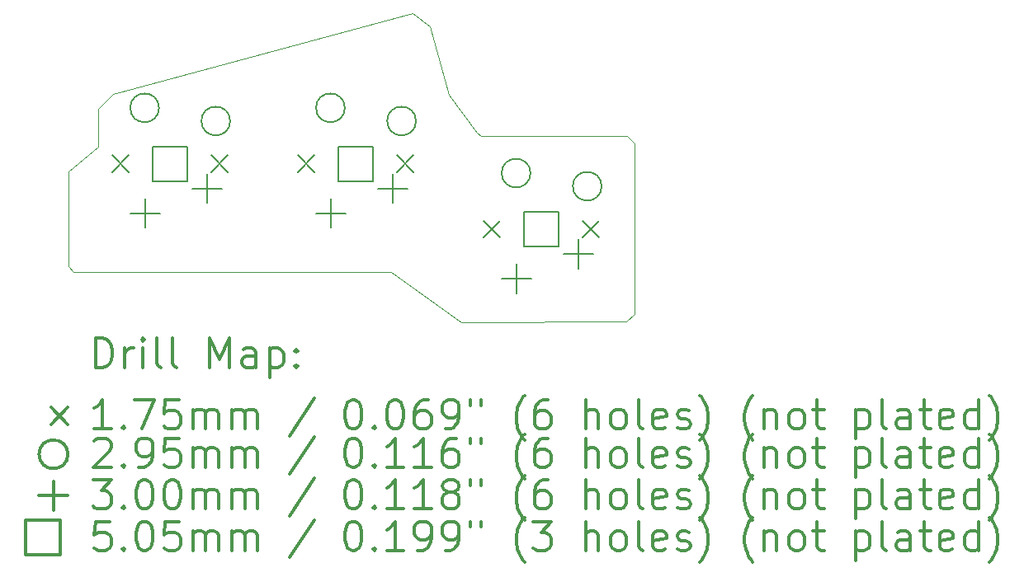
<source format=gbr>
%FSLAX45Y45*%
G04 Gerber Fmt 4.5, Leading zero omitted, Abs format (unit mm)*
G04 Created by KiCad (PCBNEW (5.1.4)-1) date 2023-09-09 05:29:11*
%MOMM*%
%LPD*%
G04 APERTURE LIST*
%ADD10C,0.050000*%
%ADD11C,0.200000*%
%ADD12C,0.300000*%
G04 APERTURE END LIST*
D10*
X-10605000Y-47264000D02*
X-12302000Y-47265000D01*
X-12431256Y-44934786D02*
X-12621861Y-44228217D01*
X-10526000Y-45429000D02*
X-10526000Y-47185000D01*
X-12302000Y-47265000D02*
X-13017000Y-46749000D01*
X-12142385Y-45318131D02*
X-12096000Y-45358000D01*
X-10598000Y-45357000D02*
X-10526000Y-45429000D01*
X-12096000Y-45358000D02*
X-10598000Y-45357000D01*
X-15871856Y-44922338D02*
X-16027680Y-45072437D01*
X-10526000Y-47185000D02*
X-10605000Y-47264000D01*
X-16334471Y-46694053D02*
X-16334081Y-45720850D01*
X-12431256Y-44934786D02*
X-12142385Y-45318131D01*
X-13017000Y-46749000D02*
X-16280145Y-46749530D01*
X-16334081Y-45720850D02*
X-16028862Y-45464556D01*
X-16028862Y-45464556D02*
X-16027680Y-45072437D01*
X-12799158Y-44097619D02*
X-15871856Y-44922338D01*
X-12621861Y-44228217D02*
X-12799158Y-44097619D01*
X-16334471Y-46694053D02*
X-16280145Y-46749530D01*
D11*
X-12073500Y-46223500D02*
X-11898500Y-46398500D01*
X-11898500Y-46223500D02*
X-12073500Y-46398500D01*
X-11057500Y-46223500D02*
X-10882500Y-46398500D01*
X-10882500Y-46223500D02*
X-11057500Y-46398500D01*
X-15884895Y-45553506D02*
X-15709895Y-45728506D01*
X-15709895Y-45553506D02*
X-15884895Y-45728506D01*
X-14868895Y-45553506D02*
X-14693895Y-45728506D01*
X-14693895Y-45553506D02*
X-14868895Y-45728506D01*
X-13978500Y-45553506D02*
X-13803500Y-45728506D01*
X-13803500Y-45553506D02*
X-13978500Y-45728506D01*
X-12962500Y-45553506D02*
X-12787500Y-45728506D01*
X-12787500Y-45553506D02*
X-12962500Y-45728506D01*
X-15401895Y-45066006D02*
G75*
G03X-15401895Y-45066006I-147500J0D01*
G01*
X-14671895Y-45201006D02*
G75*
G03X-14671895Y-45201006I-147500J0D01*
G01*
X-13495500Y-45066006D02*
G75*
G03X-13495500Y-45066006I-147500J0D01*
G01*
X-12765500Y-45201006D02*
G75*
G03X-12765500Y-45201006I-147500J0D01*
G01*
X-11590500Y-45736000D02*
G75*
G03X-11590500Y-45736000I-147500J0D01*
G01*
X-10860500Y-45871000D02*
G75*
G03X-10860500Y-45871000I-147500J0D01*
G01*
X-13637000Y-45999006D02*
X-13637000Y-46299006D01*
X-13787000Y-46149006D02*
X-13487000Y-46149006D01*
X-13002000Y-45745006D02*
X-13002000Y-46045006D01*
X-13152000Y-45895006D02*
X-12852000Y-45895006D01*
X-11732000Y-46669000D02*
X-11732000Y-46969000D01*
X-11882000Y-46819000D02*
X-11582000Y-46819000D01*
X-11097000Y-46415000D02*
X-11097000Y-46715000D01*
X-11247000Y-46565000D02*
X-10947000Y-46565000D01*
X-15543395Y-45999006D02*
X-15543395Y-46299006D01*
X-15693395Y-46149006D02*
X-15393395Y-46149006D01*
X-14908395Y-45745006D02*
X-14908395Y-46045006D01*
X-15058395Y-45895006D02*
X-14758395Y-45895006D01*
X-11299454Y-46489546D02*
X-11299454Y-46132454D01*
X-11656546Y-46132454D01*
X-11656546Y-46489546D01*
X-11299454Y-46489546D01*
X-15110849Y-45819552D02*
X-15110849Y-45462460D01*
X-15467942Y-45462460D01*
X-15467942Y-45819552D01*
X-15110849Y-45819552D01*
X-13204454Y-45819552D02*
X-13204454Y-45462460D01*
X-13561546Y-45462460D01*
X-13561546Y-45819552D01*
X-13204454Y-45819552D01*
D12*
X-16050543Y-47733214D02*
X-16050543Y-47433214D01*
X-15979114Y-47433214D01*
X-15936257Y-47447500D01*
X-15907685Y-47476071D01*
X-15893400Y-47504643D01*
X-15879114Y-47561786D01*
X-15879114Y-47604643D01*
X-15893400Y-47661786D01*
X-15907685Y-47690357D01*
X-15936257Y-47718929D01*
X-15979114Y-47733214D01*
X-16050543Y-47733214D01*
X-15750543Y-47733214D02*
X-15750543Y-47533214D01*
X-15750543Y-47590357D02*
X-15736257Y-47561786D01*
X-15721971Y-47547500D01*
X-15693400Y-47533214D01*
X-15664828Y-47533214D01*
X-15564828Y-47733214D02*
X-15564828Y-47533214D01*
X-15564828Y-47433214D02*
X-15579114Y-47447500D01*
X-15564828Y-47461786D01*
X-15550543Y-47447500D01*
X-15564828Y-47433214D01*
X-15564828Y-47461786D01*
X-15379114Y-47733214D02*
X-15407685Y-47718929D01*
X-15421971Y-47690357D01*
X-15421971Y-47433214D01*
X-15221971Y-47733214D02*
X-15250543Y-47718929D01*
X-15264828Y-47690357D01*
X-15264828Y-47433214D01*
X-14879114Y-47733214D02*
X-14879114Y-47433214D01*
X-14779114Y-47647500D01*
X-14679114Y-47433214D01*
X-14679114Y-47733214D01*
X-14407685Y-47733214D02*
X-14407685Y-47576071D01*
X-14421971Y-47547500D01*
X-14450543Y-47533214D01*
X-14507685Y-47533214D01*
X-14536257Y-47547500D01*
X-14407685Y-47718929D02*
X-14436257Y-47733214D01*
X-14507685Y-47733214D01*
X-14536257Y-47718929D01*
X-14550543Y-47690357D01*
X-14550543Y-47661786D01*
X-14536257Y-47633214D01*
X-14507685Y-47618929D01*
X-14436257Y-47618929D01*
X-14407685Y-47604643D01*
X-14264828Y-47533214D02*
X-14264828Y-47833214D01*
X-14264828Y-47547500D02*
X-14236257Y-47533214D01*
X-14179114Y-47533214D01*
X-14150543Y-47547500D01*
X-14136257Y-47561786D01*
X-14121971Y-47590357D01*
X-14121971Y-47676071D01*
X-14136257Y-47704643D01*
X-14150543Y-47718929D01*
X-14179114Y-47733214D01*
X-14236257Y-47733214D01*
X-14264828Y-47718929D01*
X-13993400Y-47704643D02*
X-13979114Y-47718929D01*
X-13993400Y-47733214D01*
X-14007685Y-47718929D01*
X-13993400Y-47704643D01*
X-13993400Y-47733214D01*
X-13993400Y-47547500D02*
X-13979114Y-47561786D01*
X-13993400Y-47576071D01*
X-14007685Y-47561786D01*
X-13993400Y-47547500D01*
X-13993400Y-47576071D01*
X-16511971Y-48140000D02*
X-16336971Y-48315000D01*
X-16336971Y-48140000D02*
X-16511971Y-48315000D01*
X-15893400Y-48363214D02*
X-16064828Y-48363214D01*
X-15979114Y-48363214D02*
X-15979114Y-48063214D01*
X-16007685Y-48106071D01*
X-16036257Y-48134643D01*
X-16064828Y-48148929D01*
X-15764828Y-48334643D02*
X-15750543Y-48348929D01*
X-15764828Y-48363214D01*
X-15779114Y-48348929D01*
X-15764828Y-48334643D01*
X-15764828Y-48363214D01*
X-15650543Y-48063214D02*
X-15450543Y-48063214D01*
X-15579114Y-48363214D01*
X-15193400Y-48063214D02*
X-15336257Y-48063214D01*
X-15350543Y-48206071D01*
X-15336257Y-48191786D01*
X-15307685Y-48177500D01*
X-15236257Y-48177500D01*
X-15207685Y-48191786D01*
X-15193400Y-48206071D01*
X-15179114Y-48234643D01*
X-15179114Y-48306071D01*
X-15193400Y-48334643D01*
X-15207685Y-48348929D01*
X-15236257Y-48363214D01*
X-15307685Y-48363214D01*
X-15336257Y-48348929D01*
X-15350543Y-48334643D01*
X-15050543Y-48363214D02*
X-15050543Y-48163214D01*
X-15050543Y-48191786D02*
X-15036257Y-48177500D01*
X-15007685Y-48163214D01*
X-14964828Y-48163214D01*
X-14936257Y-48177500D01*
X-14921971Y-48206071D01*
X-14921971Y-48363214D01*
X-14921971Y-48206071D02*
X-14907685Y-48177500D01*
X-14879114Y-48163214D01*
X-14836257Y-48163214D01*
X-14807685Y-48177500D01*
X-14793400Y-48206071D01*
X-14793400Y-48363214D01*
X-14650543Y-48363214D02*
X-14650543Y-48163214D01*
X-14650543Y-48191786D02*
X-14636257Y-48177500D01*
X-14607685Y-48163214D01*
X-14564828Y-48163214D01*
X-14536257Y-48177500D01*
X-14521971Y-48206071D01*
X-14521971Y-48363214D01*
X-14521971Y-48206071D02*
X-14507685Y-48177500D01*
X-14479114Y-48163214D01*
X-14436257Y-48163214D01*
X-14407685Y-48177500D01*
X-14393400Y-48206071D01*
X-14393400Y-48363214D01*
X-13807685Y-48048929D02*
X-14064828Y-48434643D01*
X-13421971Y-48063214D02*
X-13393400Y-48063214D01*
X-13364828Y-48077500D01*
X-13350543Y-48091786D01*
X-13336257Y-48120357D01*
X-13321971Y-48177500D01*
X-13321971Y-48248929D01*
X-13336257Y-48306071D01*
X-13350543Y-48334643D01*
X-13364828Y-48348929D01*
X-13393400Y-48363214D01*
X-13421971Y-48363214D01*
X-13450543Y-48348929D01*
X-13464828Y-48334643D01*
X-13479114Y-48306071D01*
X-13493400Y-48248929D01*
X-13493400Y-48177500D01*
X-13479114Y-48120357D01*
X-13464828Y-48091786D01*
X-13450543Y-48077500D01*
X-13421971Y-48063214D01*
X-13193400Y-48334643D02*
X-13179114Y-48348929D01*
X-13193400Y-48363214D01*
X-13207685Y-48348929D01*
X-13193400Y-48334643D01*
X-13193400Y-48363214D01*
X-12993400Y-48063214D02*
X-12964828Y-48063214D01*
X-12936257Y-48077500D01*
X-12921971Y-48091786D01*
X-12907685Y-48120357D01*
X-12893400Y-48177500D01*
X-12893400Y-48248929D01*
X-12907685Y-48306071D01*
X-12921971Y-48334643D01*
X-12936257Y-48348929D01*
X-12964828Y-48363214D01*
X-12993400Y-48363214D01*
X-13021971Y-48348929D01*
X-13036257Y-48334643D01*
X-13050543Y-48306071D01*
X-13064828Y-48248929D01*
X-13064828Y-48177500D01*
X-13050543Y-48120357D01*
X-13036257Y-48091786D01*
X-13021971Y-48077500D01*
X-12993400Y-48063214D01*
X-12636257Y-48063214D02*
X-12693400Y-48063214D01*
X-12721971Y-48077500D01*
X-12736257Y-48091786D01*
X-12764828Y-48134643D01*
X-12779114Y-48191786D01*
X-12779114Y-48306071D01*
X-12764828Y-48334643D01*
X-12750543Y-48348929D01*
X-12721971Y-48363214D01*
X-12664828Y-48363214D01*
X-12636257Y-48348929D01*
X-12621971Y-48334643D01*
X-12607685Y-48306071D01*
X-12607685Y-48234643D01*
X-12621971Y-48206071D01*
X-12636257Y-48191786D01*
X-12664828Y-48177500D01*
X-12721971Y-48177500D01*
X-12750543Y-48191786D01*
X-12764828Y-48206071D01*
X-12779114Y-48234643D01*
X-12464828Y-48363214D02*
X-12407685Y-48363214D01*
X-12379114Y-48348929D01*
X-12364828Y-48334643D01*
X-12336257Y-48291786D01*
X-12321971Y-48234643D01*
X-12321971Y-48120357D01*
X-12336257Y-48091786D01*
X-12350543Y-48077500D01*
X-12379114Y-48063214D01*
X-12436257Y-48063214D01*
X-12464828Y-48077500D01*
X-12479114Y-48091786D01*
X-12493400Y-48120357D01*
X-12493400Y-48191786D01*
X-12479114Y-48220357D01*
X-12464828Y-48234643D01*
X-12436257Y-48248929D01*
X-12379114Y-48248929D01*
X-12350543Y-48234643D01*
X-12336257Y-48220357D01*
X-12321971Y-48191786D01*
X-12207685Y-48063214D02*
X-12207685Y-48120357D01*
X-12093400Y-48063214D02*
X-12093400Y-48120357D01*
X-11650543Y-48477500D02*
X-11664828Y-48463214D01*
X-11693400Y-48420357D01*
X-11707685Y-48391786D01*
X-11721971Y-48348929D01*
X-11736257Y-48277500D01*
X-11736257Y-48220357D01*
X-11721971Y-48148929D01*
X-11707685Y-48106071D01*
X-11693400Y-48077500D01*
X-11664828Y-48034643D01*
X-11650543Y-48020357D01*
X-11407685Y-48063214D02*
X-11464828Y-48063214D01*
X-11493400Y-48077500D01*
X-11507685Y-48091786D01*
X-11536257Y-48134643D01*
X-11550543Y-48191786D01*
X-11550543Y-48306071D01*
X-11536257Y-48334643D01*
X-11521971Y-48348929D01*
X-11493400Y-48363214D01*
X-11436257Y-48363214D01*
X-11407685Y-48348929D01*
X-11393400Y-48334643D01*
X-11379114Y-48306071D01*
X-11379114Y-48234643D01*
X-11393400Y-48206071D01*
X-11407685Y-48191786D01*
X-11436257Y-48177500D01*
X-11493400Y-48177500D01*
X-11521971Y-48191786D01*
X-11536257Y-48206071D01*
X-11550543Y-48234643D01*
X-11021971Y-48363214D02*
X-11021971Y-48063214D01*
X-10893400Y-48363214D02*
X-10893400Y-48206071D01*
X-10907686Y-48177500D01*
X-10936257Y-48163214D01*
X-10979114Y-48163214D01*
X-11007686Y-48177500D01*
X-11021971Y-48191786D01*
X-10707686Y-48363214D02*
X-10736257Y-48348929D01*
X-10750543Y-48334643D01*
X-10764828Y-48306071D01*
X-10764828Y-48220357D01*
X-10750543Y-48191786D01*
X-10736257Y-48177500D01*
X-10707686Y-48163214D01*
X-10664828Y-48163214D01*
X-10636257Y-48177500D01*
X-10621971Y-48191786D01*
X-10607686Y-48220357D01*
X-10607686Y-48306071D01*
X-10621971Y-48334643D01*
X-10636257Y-48348929D01*
X-10664828Y-48363214D01*
X-10707686Y-48363214D01*
X-10436257Y-48363214D02*
X-10464828Y-48348929D01*
X-10479114Y-48320357D01*
X-10479114Y-48063214D01*
X-10207686Y-48348929D02*
X-10236257Y-48363214D01*
X-10293400Y-48363214D01*
X-10321971Y-48348929D01*
X-10336257Y-48320357D01*
X-10336257Y-48206071D01*
X-10321971Y-48177500D01*
X-10293400Y-48163214D01*
X-10236257Y-48163214D01*
X-10207686Y-48177500D01*
X-10193400Y-48206071D01*
X-10193400Y-48234643D01*
X-10336257Y-48263214D01*
X-10079114Y-48348929D02*
X-10050543Y-48363214D01*
X-9993400Y-48363214D01*
X-9964828Y-48348929D01*
X-9950543Y-48320357D01*
X-9950543Y-48306071D01*
X-9964828Y-48277500D01*
X-9993400Y-48263214D01*
X-10036257Y-48263214D01*
X-10064828Y-48248929D01*
X-10079114Y-48220357D01*
X-10079114Y-48206071D01*
X-10064828Y-48177500D01*
X-10036257Y-48163214D01*
X-9993400Y-48163214D01*
X-9964828Y-48177500D01*
X-9850543Y-48477500D02*
X-9836257Y-48463214D01*
X-9807686Y-48420357D01*
X-9793400Y-48391786D01*
X-9779114Y-48348929D01*
X-9764828Y-48277500D01*
X-9764828Y-48220357D01*
X-9779114Y-48148929D01*
X-9793400Y-48106071D01*
X-9807686Y-48077500D01*
X-9836257Y-48034643D01*
X-9850543Y-48020357D01*
X-9307686Y-48477500D02*
X-9321971Y-48463214D01*
X-9350543Y-48420357D01*
X-9364828Y-48391786D01*
X-9379114Y-48348929D01*
X-9393400Y-48277500D01*
X-9393400Y-48220357D01*
X-9379114Y-48148929D01*
X-9364828Y-48106071D01*
X-9350543Y-48077500D01*
X-9321971Y-48034643D01*
X-9307686Y-48020357D01*
X-9193400Y-48163214D02*
X-9193400Y-48363214D01*
X-9193400Y-48191786D02*
X-9179114Y-48177500D01*
X-9150543Y-48163214D01*
X-9107686Y-48163214D01*
X-9079114Y-48177500D01*
X-9064828Y-48206071D01*
X-9064828Y-48363214D01*
X-8879114Y-48363214D02*
X-8907686Y-48348929D01*
X-8921971Y-48334643D01*
X-8936257Y-48306071D01*
X-8936257Y-48220357D01*
X-8921971Y-48191786D01*
X-8907686Y-48177500D01*
X-8879114Y-48163214D01*
X-8836257Y-48163214D01*
X-8807686Y-48177500D01*
X-8793400Y-48191786D01*
X-8779114Y-48220357D01*
X-8779114Y-48306071D01*
X-8793400Y-48334643D01*
X-8807686Y-48348929D01*
X-8836257Y-48363214D01*
X-8879114Y-48363214D01*
X-8693400Y-48163214D02*
X-8579114Y-48163214D01*
X-8650543Y-48063214D02*
X-8650543Y-48320357D01*
X-8636257Y-48348929D01*
X-8607686Y-48363214D01*
X-8579114Y-48363214D01*
X-8250543Y-48163214D02*
X-8250543Y-48463214D01*
X-8250543Y-48177500D02*
X-8221971Y-48163214D01*
X-8164828Y-48163214D01*
X-8136257Y-48177500D01*
X-8121971Y-48191786D01*
X-8107685Y-48220357D01*
X-8107685Y-48306071D01*
X-8121971Y-48334643D01*
X-8136257Y-48348929D01*
X-8164828Y-48363214D01*
X-8221971Y-48363214D01*
X-8250543Y-48348929D01*
X-7936257Y-48363214D02*
X-7964828Y-48348929D01*
X-7979114Y-48320357D01*
X-7979114Y-48063214D01*
X-7693400Y-48363214D02*
X-7693400Y-48206071D01*
X-7707685Y-48177500D01*
X-7736257Y-48163214D01*
X-7793400Y-48163214D01*
X-7821971Y-48177500D01*
X-7693400Y-48348929D02*
X-7721971Y-48363214D01*
X-7793400Y-48363214D01*
X-7821971Y-48348929D01*
X-7836257Y-48320357D01*
X-7836257Y-48291786D01*
X-7821971Y-48263214D01*
X-7793400Y-48248929D01*
X-7721971Y-48248929D01*
X-7693400Y-48234643D01*
X-7593400Y-48163214D02*
X-7479114Y-48163214D01*
X-7550543Y-48063214D02*
X-7550543Y-48320357D01*
X-7536257Y-48348929D01*
X-7507685Y-48363214D01*
X-7479114Y-48363214D01*
X-7264828Y-48348929D02*
X-7293400Y-48363214D01*
X-7350543Y-48363214D01*
X-7379114Y-48348929D01*
X-7393400Y-48320357D01*
X-7393400Y-48206071D01*
X-7379114Y-48177500D01*
X-7350543Y-48163214D01*
X-7293400Y-48163214D01*
X-7264828Y-48177500D01*
X-7250543Y-48206071D01*
X-7250543Y-48234643D01*
X-7393400Y-48263214D01*
X-6993400Y-48363214D02*
X-6993400Y-48063214D01*
X-6993400Y-48348929D02*
X-7021971Y-48363214D01*
X-7079114Y-48363214D01*
X-7107685Y-48348929D01*
X-7121971Y-48334643D01*
X-7136257Y-48306071D01*
X-7136257Y-48220357D01*
X-7121971Y-48191786D01*
X-7107685Y-48177500D01*
X-7079114Y-48163214D01*
X-7021971Y-48163214D01*
X-6993400Y-48177500D01*
X-6879114Y-48477500D02*
X-6864828Y-48463214D01*
X-6836257Y-48420357D01*
X-6821971Y-48391786D01*
X-6807685Y-48348929D01*
X-6793400Y-48277500D01*
X-6793400Y-48220357D01*
X-6807685Y-48148929D01*
X-6821971Y-48106071D01*
X-6836257Y-48077500D01*
X-6864828Y-48034643D01*
X-6879114Y-48020357D01*
X-16336971Y-48623500D02*
G75*
G03X-16336971Y-48623500I-147500J0D01*
G01*
X-16064828Y-48487786D02*
X-16050543Y-48473500D01*
X-16021971Y-48459214D01*
X-15950543Y-48459214D01*
X-15921971Y-48473500D01*
X-15907685Y-48487786D01*
X-15893400Y-48516357D01*
X-15893400Y-48544929D01*
X-15907685Y-48587786D01*
X-16079114Y-48759214D01*
X-15893400Y-48759214D01*
X-15764828Y-48730643D02*
X-15750543Y-48744929D01*
X-15764828Y-48759214D01*
X-15779114Y-48744929D01*
X-15764828Y-48730643D01*
X-15764828Y-48759214D01*
X-15607685Y-48759214D02*
X-15550543Y-48759214D01*
X-15521971Y-48744929D01*
X-15507685Y-48730643D01*
X-15479114Y-48687786D01*
X-15464828Y-48630643D01*
X-15464828Y-48516357D01*
X-15479114Y-48487786D01*
X-15493400Y-48473500D01*
X-15521971Y-48459214D01*
X-15579114Y-48459214D01*
X-15607685Y-48473500D01*
X-15621971Y-48487786D01*
X-15636257Y-48516357D01*
X-15636257Y-48587786D01*
X-15621971Y-48616357D01*
X-15607685Y-48630643D01*
X-15579114Y-48644929D01*
X-15521971Y-48644929D01*
X-15493400Y-48630643D01*
X-15479114Y-48616357D01*
X-15464828Y-48587786D01*
X-15193400Y-48459214D02*
X-15336257Y-48459214D01*
X-15350543Y-48602071D01*
X-15336257Y-48587786D01*
X-15307685Y-48573500D01*
X-15236257Y-48573500D01*
X-15207685Y-48587786D01*
X-15193400Y-48602071D01*
X-15179114Y-48630643D01*
X-15179114Y-48702071D01*
X-15193400Y-48730643D01*
X-15207685Y-48744929D01*
X-15236257Y-48759214D01*
X-15307685Y-48759214D01*
X-15336257Y-48744929D01*
X-15350543Y-48730643D01*
X-15050543Y-48759214D02*
X-15050543Y-48559214D01*
X-15050543Y-48587786D02*
X-15036257Y-48573500D01*
X-15007685Y-48559214D01*
X-14964828Y-48559214D01*
X-14936257Y-48573500D01*
X-14921971Y-48602071D01*
X-14921971Y-48759214D01*
X-14921971Y-48602071D02*
X-14907685Y-48573500D01*
X-14879114Y-48559214D01*
X-14836257Y-48559214D01*
X-14807685Y-48573500D01*
X-14793400Y-48602071D01*
X-14793400Y-48759214D01*
X-14650543Y-48759214D02*
X-14650543Y-48559214D01*
X-14650543Y-48587786D02*
X-14636257Y-48573500D01*
X-14607685Y-48559214D01*
X-14564828Y-48559214D01*
X-14536257Y-48573500D01*
X-14521971Y-48602071D01*
X-14521971Y-48759214D01*
X-14521971Y-48602071D02*
X-14507685Y-48573500D01*
X-14479114Y-48559214D01*
X-14436257Y-48559214D01*
X-14407685Y-48573500D01*
X-14393400Y-48602071D01*
X-14393400Y-48759214D01*
X-13807685Y-48444929D02*
X-14064828Y-48830643D01*
X-13421971Y-48459214D02*
X-13393400Y-48459214D01*
X-13364828Y-48473500D01*
X-13350543Y-48487786D01*
X-13336257Y-48516357D01*
X-13321971Y-48573500D01*
X-13321971Y-48644929D01*
X-13336257Y-48702071D01*
X-13350543Y-48730643D01*
X-13364828Y-48744929D01*
X-13393400Y-48759214D01*
X-13421971Y-48759214D01*
X-13450543Y-48744929D01*
X-13464828Y-48730643D01*
X-13479114Y-48702071D01*
X-13493400Y-48644929D01*
X-13493400Y-48573500D01*
X-13479114Y-48516357D01*
X-13464828Y-48487786D01*
X-13450543Y-48473500D01*
X-13421971Y-48459214D01*
X-13193400Y-48730643D02*
X-13179114Y-48744929D01*
X-13193400Y-48759214D01*
X-13207685Y-48744929D01*
X-13193400Y-48730643D01*
X-13193400Y-48759214D01*
X-12893400Y-48759214D02*
X-13064828Y-48759214D01*
X-12979114Y-48759214D02*
X-12979114Y-48459214D01*
X-13007685Y-48502071D01*
X-13036257Y-48530643D01*
X-13064828Y-48544929D01*
X-12607685Y-48759214D02*
X-12779114Y-48759214D01*
X-12693400Y-48759214D02*
X-12693400Y-48459214D01*
X-12721971Y-48502071D01*
X-12750543Y-48530643D01*
X-12779114Y-48544929D01*
X-12350543Y-48459214D02*
X-12407685Y-48459214D01*
X-12436257Y-48473500D01*
X-12450543Y-48487786D01*
X-12479114Y-48530643D01*
X-12493400Y-48587786D01*
X-12493400Y-48702071D01*
X-12479114Y-48730643D01*
X-12464828Y-48744929D01*
X-12436257Y-48759214D01*
X-12379114Y-48759214D01*
X-12350543Y-48744929D01*
X-12336257Y-48730643D01*
X-12321971Y-48702071D01*
X-12321971Y-48630643D01*
X-12336257Y-48602071D01*
X-12350543Y-48587786D01*
X-12379114Y-48573500D01*
X-12436257Y-48573500D01*
X-12464828Y-48587786D01*
X-12479114Y-48602071D01*
X-12493400Y-48630643D01*
X-12207685Y-48459214D02*
X-12207685Y-48516357D01*
X-12093400Y-48459214D02*
X-12093400Y-48516357D01*
X-11650543Y-48873500D02*
X-11664828Y-48859214D01*
X-11693400Y-48816357D01*
X-11707685Y-48787786D01*
X-11721971Y-48744929D01*
X-11736257Y-48673500D01*
X-11736257Y-48616357D01*
X-11721971Y-48544929D01*
X-11707685Y-48502071D01*
X-11693400Y-48473500D01*
X-11664828Y-48430643D01*
X-11650543Y-48416357D01*
X-11407685Y-48459214D02*
X-11464828Y-48459214D01*
X-11493400Y-48473500D01*
X-11507685Y-48487786D01*
X-11536257Y-48530643D01*
X-11550543Y-48587786D01*
X-11550543Y-48702071D01*
X-11536257Y-48730643D01*
X-11521971Y-48744929D01*
X-11493400Y-48759214D01*
X-11436257Y-48759214D01*
X-11407685Y-48744929D01*
X-11393400Y-48730643D01*
X-11379114Y-48702071D01*
X-11379114Y-48630643D01*
X-11393400Y-48602071D01*
X-11407685Y-48587786D01*
X-11436257Y-48573500D01*
X-11493400Y-48573500D01*
X-11521971Y-48587786D01*
X-11536257Y-48602071D01*
X-11550543Y-48630643D01*
X-11021971Y-48759214D02*
X-11021971Y-48459214D01*
X-10893400Y-48759214D02*
X-10893400Y-48602071D01*
X-10907686Y-48573500D01*
X-10936257Y-48559214D01*
X-10979114Y-48559214D01*
X-11007686Y-48573500D01*
X-11021971Y-48587786D01*
X-10707686Y-48759214D02*
X-10736257Y-48744929D01*
X-10750543Y-48730643D01*
X-10764828Y-48702071D01*
X-10764828Y-48616357D01*
X-10750543Y-48587786D01*
X-10736257Y-48573500D01*
X-10707686Y-48559214D01*
X-10664828Y-48559214D01*
X-10636257Y-48573500D01*
X-10621971Y-48587786D01*
X-10607686Y-48616357D01*
X-10607686Y-48702071D01*
X-10621971Y-48730643D01*
X-10636257Y-48744929D01*
X-10664828Y-48759214D01*
X-10707686Y-48759214D01*
X-10436257Y-48759214D02*
X-10464828Y-48744929D01*
X-10479114Y-48716357D01*
X-10479114Y-48459214D01*
X-10207686Y-48744929D02*
X-10236257Y-48759214D01*
X-10293400Y-48759214D01*
X-10321971Y-48744929D01*
X-10336257Y-48716357D01*
X-10336257Y-48602071D01*
X-10321971Y-48573500D01*
X-10293400Y-48559214D01*
X-10236257Y-48559214D01*
X-10207686Y-48573500D01*
X-10193400Y-48602071D01*
X-10193400Y-48630643D01*
X-10336257Y-48659214D01*
X-10079114Y-48744929D02*
X-10050543Y-48759214D01*
X-9993400Y-48759214D01*
X-9964828Y-48744929D01*
X-9950543Y-48716357D01*
X-9950543Y-48702071D01*
X-9964828Y-48673500D01*
X-9993400Y-48659214D01*
X-10036257Y-48659214D01*
X-10064828Y-48644929D01*
X-10079114Y-48616357D01*
X-10079114Y-48602071D01*
X-10064828Y-48573500D01*
X-10036257Y-48559214D01*
X-9993400Y-48559214D01*
X-9964828Y-48573500D01*
X-9850543Y-48873500D02*
X-9836257Y-48859214D01*
X-9807686Y-48816357D01*
X-9793400Y-48787786D01*
X-9779114Y-48744929D01*
X-9764828Y-48673500D01*
X-9764828Y-48616357D01*
X-9779114Y-48544929D01*
X-9793400Y-48502071D01*
X-9807686Y-48473500D01*
X-9836257Y-48430643D01*
X-9850543Y-48416357D01*
X-9307686Y-48873500D02*
X-9321971Y-48859214D01*
X-9350543Y-48816357D01*
X-9364828Y-48787786D01*
X-9379114Y-48744929D01*
X-9393400Y-48673500D01*
X-9393400Y-48616357D01*
X-9379114Y-48544929D01*
X-9364828Y-48502071D01*
X-9350543Y-48473500D01*
X-9321971Y-48430643D01*
X-9307686Y-48416357D01*
X-9193400Y-48559214D02*
X-9193400Y-48759214D01*
X-9193400Y-48587786D02*
X-9179114Y-48573500D01*
X-9150543Y-48559214D01*
X-9107686Y-48559214D01*
X-9079114Y-48573500D01*
X-9064828Y-48602071D01*
X-9064828Y-48759214D01*
X-8879114Y-48759214D02*
X-8907686Y-48744929D01*
X-8921971Y-48730643D01*
X-8936257Y-48702071D01*
X-8936257Y-48616357D01*
X-8921971Y-48587786D01*
X-8907686Y-48573500D01*
X-8879114Y-48559214D01*
X-8836257Y-48559214D01*
X-8807686Y-48573500D01*
X-8793400Y-48587786D01*
X-8779114Y-48616357D01*
X-8779114Y-48702071D01*
X-8793400Y-48730643D01*
X-8807686Y-48744929D01*
X-8836257Y-48759214D01*
X-8879114Y-48759214D01*
X-8693400Y-48559214D02*
X-8579114Y-48559214D01*
X-8650543Y-48459214D02*
X-8650543Y-48716357D01*
X-8636257Y-48744929D01*
X-8607686Y-48759214D01*
X-8579114Y-48759214D01*
X-8250543Y-48559214D02*
X-8250543Y-48859214D01*
X-8250543Y-48573500D02*
X-8221971Y-48559214D01*
X-8164828Y-48559214D01*
X-8136257Y-48573500D01*
X-8121971Y-48587786D01*
X-8107685Y-48616357D01*
X-8107685Y-48702071D01*
X-8121971Y-48730643D01*
X-8136257Y-48744929D01*
X-8164828Y-48759214D01*
X-8221971Y-48759214D01*
X-8250543Y-48744929D01*
X-7936257Y-48759214D02*
X-7964828Y-48744929D01*
X-7979114Y-48716357D01*
X-7979114Y-48459214D01*
X-7693400Y-48759214D02*
X-7693400Y-48602071D01*
X-7707685Y-48573500D01*
X-7736257Y-48559214D01*
X-7793400Y-48559214D01*
X-7821971Y-48573500D01*
X-7693400Y-48744929D02*
X-7721971Y-48759214D01*
X-7793400Y-48759214D01*
X-7821971Y-48744929D01*
X-7836257Y-48716357D01*
X-7836257Y-48687786D01*
X-7821971Y-48659214D01*
X-7793400Y-48644929D01*
X-7721971Y-48644929D01*
X-7693400Y-48630643D01*
X-7593400Y-48559214D02*
X-7479114Y-48559214D01*
X-7550543Y-48459214D02*
X-7550543Y-48716357D01*
X-7536257Y-48744929D01*
X-7507685Y-48759214D01*
X-7479114Y-48759214D01*
X-7264828Y-48744929D02*
X-7293400Y-48759214D01*
X-7350543Y-48759214D01*
X-7379114Y-48744929D01*
X-7393400Y-48716357D01*
X-7393400Y-48602071D01*
X-7379114Y-48573500D01*
X-7350543Y-48559214D01*
X-7293400Y-48559214D01*
X-7264828Y-48573500D01*
X-7250543Y-48602071D01*
X-7250543Y-48630643D01*
X-7393400Y-48659214D01*
X-6993400Y-48759214D02*
X-6993400Y-48459214D01*
X-6993400Y-48744929D02*
X-7021971Y-48759214D01*
X-7079114Y-48759214D01*
X-7107685Y-48744929D01*
X-7121971Y-48730643D01*
X-7136257Y-48702071D01*
X-7136257Y-48616357D01*
X-7121971Y-48587786D01*
X-7107685Y-48573500D01*
X-7079114Y-48559214D01*
X-7021971Y-48559214D01*
X-6993400Y-48573500D01*
X-6879114Y-48873500D02*
X-6864828Y-48859214D01*
X-6836257Y-48816357D01*
X-6821971Y-48787786D01*
X-6807685Y-48744929D01*
X-6793400Y-48673500D01*
X-6793400Y-48616357D01*
X-6807685Y-48544929D01*
X-6821971Y-48502071D01*
X-6836257Y-48473500D01*
X-6864828Y-48430643D01*
X-6879114Y-48416357D01*
X-16486971Y-48898500D02*
X-16486971Y-49198500D01*
X-16636971Y-49048500D02*
X-16336971Y-49048500D01*
X-16079114Y-48884214D02*
X-15893400Y-48884214D01*
X-15993400Y-48998500D01*
X-15950543Y-48998500D01*
X-15921971Y-49012786D01*
X-15907685Y-49027071D01*
X-15893400Y-49055643D01*
X-15893400Y-49127071D01*
X-15907685Y-49155643D01*
X-15921971Y-49169929D01*
X-15950543Y-49184214D01*
X-16036257Y-49184214D01*
X-16064828Y-49169929D01*
X-16079114Y-49155643D01*
X-15764828Y-49155643D02*
X-15750543Y-49169929D01*
X-15764828Y-49184214D01*
X-15779114Y-49169929D01*
X-15764828Y-49155643D01*
X-15764828Y-49184214D01*
X-15564828Y-48884214D02*
X-15536257Y-48884214D01*
X-15507685Y-48898500D01*
X-15493400Y-48912786D01*
X-15479114Y-48941357D01*
X-15464828Y-48998500D01*
X-15464828Y-49069929D01*
X-15479114Y-49127071D01*
X-15493400Y-49155643D01*
X-15507685Y-49169929D01*
X-15536257Y-49184214D01*
X-15564828Y-49184214D01*
X-15593400Y-49169929D01*
X-15607685Y-49155643D01*
X-15621971Y-49127071D01*
X-15636257Y-49069929D01*
X-15636257Y-48998500D01*
X-15621971Y-48941357D01*
X-15607685Y-48912786D01*
X-15593400Y-48898500D01*
X-15564828Y-48884214D01*
X-15279114Y-48884214D02*
X-15250543Y-48884214D01*
X-15221971Y-48898500D01*
X-15207685Y-48912786D01*
X-15193400Y-48941357D01*
X-15179114Y-48998500D01*
X-15179114Y-49069929D01*
X-15193400Y-49127071D01*
X-15207685Y-49155643D01*
X-15221971Y-49169929D01*
X-15250543Y-49184214D01*
X-15279114Y-49184214D01*
X-15307685Y-49169929D01*
X-15321971Y-49155643D01*
X-15336257Y-49127071D01*
X-15350543Y-49069929D01*
X-15350543Y-48998500D01*
X-15336257Y-48941357D01*
X-15321971Y-48912786D01*
X-15307685Y-48898500D01*
X-15279114Y-48884214D01*
X-15050543Y-49184214D02*
X-15050543Y-48984214D01*
X-15050543Y-49012786D02*
X-15036257Y-48998500D01*
X-15007685Y-48984214D01*
X-14964828Y-48984214D01*
X-14936257Y-48998500D01*
X-14921971Y-49027071D01*
X-14921971Y-49184214D01*
X-14921971Y-49027071D02*
X-14907685Y-48998500D01*
X-14879114Y-48984214D01*
X-14836257Y-48984214D01*
X-14807685Y-48998500D01*
X-14793400Y-49027071D01*
X-14793400Y-49184214D01*
X-14650543Y-49184214D02*
X-14650543Y-48984214D01*
X-14650543Y-49012786D02*
X-14636257Y-48998500D01*
X-14607685Y-48984214D01*
X-14564828Y-48984214D01*
X-14536257Y-48998500D01*
X-14521971Y-49027071D01*
X-14521971Y-49184214D01*
X-14521971Y-49027071D02*
X-14507685Y-48998500D01*
X-14479114Y-48984214D01*
X-14436257Y-48984214D01*
X-14407685Y-48998500D01*
X-14393400Y-49027071D01*
X-14393400Y-49184214D01*
X-13807685Y-48869929D02*
X-14064828Y-49255643D01*
X-13421971Y-48884214D02*
X-13393400Y-48884214D01*
X-13364828Y-48898500D01*
X-13350543Y-48912786D01*
X-13336257Y-48941357D01*
X-13321971Y-48998500D01*
X-13321971Y-49069929D01*
X-13336257Y-49127071D01*
X-13350543Y-49155643D01*
X-13364828Y-49169929D01*
X-13393400Y-49184214D01*
X-13421971Y-49184214D01*
X-13450543Y-49169929D01*
X-13464828Y-49155643D01*
X-13479114Y-49127071D01*
X-13493400Y-49069929D01*
X-13493400Y-48998500D01*
X-13479114Y-48941357D01*
X-13464828Y-48912786D01*
X-13450543Y-48898500D01*
X-13421971Y-48884214D01*
X-13193400Y-49155643D02*
X-13179114Y-49169929D01*
X-13193400Y-49184214D01*
X-13207685Y-49169929D01*
X-13193400Y-49155643D01*
X-13193400Y-49184214D01*
X-12893400Y-49184214D02*
X-13064828Y-49184214D01*
X-12979114Y-49184214D02*
X-12979114Y-48884214D01*
X-13007685Y-48927071D01*
X-13036257Y-48955643D01*
X-13064828Y-48969929D01*
X-12607685Y-49184214D02*
X-12779114Y-49184214D01*
X-12693400Y-49184214D02*
X-12693400Y-48884214D01*
X-12721971Y-48927071D01*
X-12750543Y-48955643D01*
X-12779114Y-48969929D01*
X-12436257Y-49012786D02*
X-12464828Y-48998500D01*
X-12479114Y-48984214D01*
X-12493400Y-48955643D01*
X-12493400Y-48941357D01*
X-12479114Y-48912786D01*
X-12464828Y-48898500D01*
X-12436257Y-48884214D01*
X-12379114Y-48884214D01*
X-12350543Y-48898500D01*
X-12336257Y-48912786D01*
X-12321971Y-48941357D01*
X-12321971Y-48955643D01*
X-12336257Y-48984214D01*
X-12350543Y-48998500D01*
X-12379114Y-49012786D01*
X-12436257Y-49012786D01*
X-12464828Y-49027071D01*
X-12479114Y-49041357D01*
X-12493400Y-49069929D01*
X-12493400Y-49127071D01*
X-12479114Y-49155643D01*
X-12464828Y-49169929D01*
X-12436257Y-49184214D01*
X-12379114Y-49184214D01*
X-12350543Y-49169929D01*
X-12336257Y-49155643D01*
X-12321971Y-49127071D01*
X-12321971Y-49069929D01*
X-12336257Y-49041357D01*
X-12350543Y-49027071D01*
X-12379114Y-49012786D01*
X-12207685Y-48884214D02*
X-12207685Y-48941357D01*
X-12093400Y-48884214D02*
X-12093400Y-48941357D01*
X-11650543Y-49298500D02*
X-11664828Y-49284214D01*
X-11693400Y-49241357D01*
X-11707685Y-49212786D01*
X-11721971Y-49169929D01*
X-11736257Y-49098500D01*
X-11736257Y-49041357D01*
X-11721971Y-48969929D01*
X-11707685Y-48927071D01*
X-11693400Y-48898500D01*
X-11664828Y-48855643D01*
X-11650543Y-48841357D01*
X-11407685Y-48884214D02*
X-11464828Y-48884214D01*
X-11493400Y-48898500D01*
X-11507685Y-48912786D01*
X-11536257Y-48955643D01*
X-11550543Y-49012786D01*
X-11550543Y-49127071D01*
X-11536257Y-49155643D01*
X-11521971Y-49169929D01*
X-11493400Y-49184214D01*
X-11436257Y-49184214D01*
X-11407685Y-49169929D01*
X-11393400Y-49155643D01*
X-11379114Y-49127071D01*
X-11379114Y-49055643D01*
X-11393400Y-49027071D01*
X-11407685Y-49012786D01*
X-11436257Y-48998500D01*
X-11493400Y-48998500D01*
X-11521971Y-49012786D01*
X-11536257Y-49027071D01*
X-11550543Y-49055643D01*
X-11021971Y-49184214D02*
X-11021971Y-48884214D01*
X-10893400Y-49184214D02*
X-10893400Y-49027071D01*
X-10907686Y-48998500D01*
X-10936257Y-48984214D01*
X-10979114Y-48984214D01*
X-11007686Y-48998500D01*
X-11021971Y-49012786D01*
X-10707686Y-49184214D02*
X-10736257Y-49169929D01*
X-10750543Y-49155643D01*
X-10764828Y-49127071D01*
X-10764828Y-49041357D01*
X-10750543Y-49012786D01*
X-10736257Y-48998500D01*
X-10707686Y-48984214D01*
X-10664828Y-48984214D01*
X-10636257Y-48998500D01*
X-10621971Y-49012786D01*
X-10607686Y-49041357D01*
X-10607686Y-49127071D01*
X-10621971Y-49155643D01*
X-10636257Y-49169929D01*
X-10664828Y-49184214D01*
X-10707686Y-49184214D01*
X-10436257Y-49184214D02*
X-10464828Y-49169929D01*
X-10479114Y-49141357D01*
X-10479114Y-48884214D01*
X-10207686Y-49169929D02*
X-10236257Y-49184214D01*
X-10293400Y-49184214D01*
X-10321971Y-49169929D01*
X-10336257Y-49141357D01*
X-10336257Y-49027071D01*
X-10321971Y-48998500D01*
X-10293400Y-48984214D01*
X-10236257Y-48984214D01*
X-10207686Y-48998500D01*
X-10193400Y-49027071D01*
X-10193400Y-49055643D01*
X-10336257Y-49084214D01*
X-10079114Y-49169929D02*
X-10050543Y-49184214D01*
X-9993400Y-49184214D01*
X-9964828Y-49169929D01*
X-9950543Y-49141357D01*
X-9950543Y-49127071D01*
X-9964828Y-49098500D01*
X-9993400Y-49084214D01*
X-10036257Y-49084214D01*
X-10064828Y-49069929D01*
X-10079114Y-49041357D01*
X-10079114Y-49027071D01*
X-10064828Y-48998500D01*
X-10036257Y-48984214D01*
X-9993400Y-48984214D01*
X-9964828Y-48998500D01*
X-9850543Y-49298500D02*
X-9836257Y-49284214D01*
X-9807686Y-49241357D01*
X-9793400Y-49212786D01*
X-9779114Y-49169929D01*
X-9764828Y-49098500D01*
X-9764828Y-49041357D01*
X-9779114Y-48969929D01*
X-9793400Y-48927071D01*
X-9807686Y-48898500D01*
X-9836257Y-48855643D01*
X-9850543Y-48841357D01*
X-9307686Y-49298500D02*
X-9321971Y-49284214D01*
X-9350543Y-49241357D01*
X-9364828Y-49212786D01*
X-9379114Y-49169929D01*
X-9393400Y-49098500D01*
X-9393400Y-49041357D01*
X-9379114Y-48969929D01*
X-9364828Y-48927071D01*
X-9350543Y-48898500D01*
X-9321971Y-48855643D01*
X-9307686Y-48841357D01*
X-9193400Y-48984214D02*
X-9193400Y-49184214D01*
X-9193400Y-49012786D02*
X-9179114Y-48998500D01*
X-9150543Y-48984214D01*
X-9107686Y-48984214D01*
X-9079114Y-48998500D01*
X-9064828Y-49027071D01*
X-9064828Y-49184214D01*
X-8879114Y-49184214D02*
X-8907686Y-49169929D01*
X-8921971Y-49155643D01*
X-8936257Y-49127071D01*
X-8936257Y-49041357D01*
X-8921971Y-49012786D01*
X-8907686Y-48998500D01*
X-8879114Y-48984214D01*
X-8836257Y-48984214D01*
X-8807686Y-48998500D01*
X-8793400Y-49012786D01*
X-8779114Y-49041357D01*
X-8779114Y-49127071D01*
X-8793400Y-49155643D01*
X-8807686Y-49169929D01*
X-8836257Y-49184214D01*
X-8879114Y-49184214D01*
X-8693400Y-48984214D02*
X-8579114Y-48984214D01*
X-8650543Y-48884214D02*
X-8650543Y-49141357D01*
X-8636257Y-49169929D01*
X-8607686Y-49184214D01*
X-8579114Y-49184214D01*
X-8250543Y-48984214D02*
X-8250543Y-49284214D01*
X-8250543Y-48998500D02*
X-8221971Y-48984214D01*
X-8164828Y-48984214D01*
X-8136257Y-48998500D01*
X-8121971Y-49012786D01*
X-8107685Y-49041357D01*
X-8107685Y-49127071D01*
X-8121971Y-49155643D01*
X-8136257Y-49169929D01*
X-8164828Y-49184214D01*
X-8221971Y-49184214D01*
X-8250543Y-49169929D01*
X-7936257Y-49184214D02*
X-7964828Y-49169929D01*
X-7979114Y-49141357D01*
X-7979114Y-48884214D01*
X-7693400Y-49184214D02*
X-7693400Y-49027071D01*
X-7707685Y-48998500D01*
X-7736257Y-48984214D01*
X-7793400Y-48984214D01*
X-7821971Y-48998500D01*
X-7693400Y-49169929D02*
X-7721971Y-49184214D01*
X-7793400Y-49184214D01*
X-7821971Y-49169929D01*
X-7836257Y-49141357D01*
X-7836257Y-49112786D01*
X-7821971Y-49084214D01*
X-7793400Y-49069929D01*
X-7721971Y-49069929D01*
X-7693400Y-49055643D01*
X-7593400Y-48984214D02*
X-7479114Y-48984214D01*
X-7550543Y-48884214D02*
X-7550543Y-49141357D01*
X-7536257Y-49169929D01*
X-7507685Y-49184214D01*
X-7479114Y-49184214D01*
X-7264828Y-49169929D02*
X-7293400Y-49184214D01*
X-7350543Y-49184214D01*
X-7379114Y-49169929D01*
X-7393400Y-49141357D01*
X-7393400Y-49027071D01*
X-7379114Y-48998500D01*
X-7350543Y-48984214D01*
X-7293400Y-48984214D01*
X-7264828Y-48998500D01*
X-7250543Y-49027071D01*
X-7250543Y-49055643D01*
X-7393400Y-49084214D01*
X-6993400Y-49184214D02*
X-6993400Y-48884214D01*
X-6993400Y-49169929D02*
X-7021971Y-49184214D01*
X-7079114Y-49184214D01*
X-7107685Y-49169929D01*
X-7121971Y-49155643D01*
X-7136257Y-49127071D01*
X-7136257Y-49041357D01*
X-7121971Y-49012786D01*
X-7107685Y-48998500D01*
X-7079114Y-48984214D01*
X-7021971Y-48984214D01*
X-6993400Y-48998500D01*
X-6879114Y-49298500D02*
X-6864828Y-49284214D01*
X-6836257Y-49241357D01*
X-6821971Y-49212786D01*
X-6807685Y-49169929D01*
X-6793400Y-49098500D01*
X-6793400Y-49041357D01*
X-6807685Y-48969929D01*
X-6821971Y-48927071D01*
X-6836257Y-48898500D01*
X-6864828Y-48855643D01*
X-6879114Y-48841357D01*
X-16410925Y-49657046D02*
X-16410925Y-49299954D01*
X-16768017Y-49299954D01*
X-16768017Y-49657046D01*
X-16410925Y-49657046D01*
X-15907685Y-49314214D02*
X-16050543Y-49314214D01*
X-16064828Y-49457071D01*
X-16050543Y-49442786D01*
X-16021971Y-49428500D01*
X-15950543Y-49428500D01*
X-15921971Y-49442786D01*
X-15907685Y-49457071D01*
X-15893400Y-49485643D01*
X-15893400Y-49557071D01*
X-15907685Y-49585643D01*
X-15921971Y-49599929D01*
X-15950543Y-49614214D01*
X-16021971Y-49614214D01*
X-16050543Y-49599929D01*
X-16064828Y-49585643D01*
X-15764828Y-49585643D02*
X-15750543Y-49599929D01*
X-15764828Y-49614214D01*
X-15779114Y-49599929D01*
X-15764828Y-49585643D01*
X-15764828Y-49614214D01*
X-15564828Y-49314214D02*
X-15536257Y-49314214D01*
X-15507685Y-49328500D01*
X-15493400Y-49342786D01*
X-15479114Y-49371357D01*
X-15464828Y-49428500D01*
X-15464828Y-49499929D01*
X-15479114Y-49557071D01*
X-15493400Y-49585643D01*
X-15507685Y-49599929D01*
X-15536257Y-49614214D01*
X-15564828Y-49614214D01*
X-15593400Y-49599929D01*
X-15607685Y-49585643D01*
X-15621971Y-49557071D01*
X-15636257Y-49499929D01*
X-15636257Y-49428500D01*
X-15621971Y-49371357D01*
X-15607685Y-49342786D01*
X-15593400Y-49328500D01*
X-15564828Y-49314214D01*
X-15193400Y-49314214D02*
X-15336257Y-49314214D01*
X-15350543Y-49457071D01*
X-15336257Y-49442786D01*
X-15307685Y-49428500D01*
X-15236257Y-49428500D01*
X-15207685Y-49442786D01*
X-15193400Y-49457071D01*
X-15179114Y-49485643D01*
X-15179114Y-49557071D01*
X-15193400Y-49585643D01*
X-15207685Y-49599929D01*
X-15236257Y-49614214D01*
X-15307685Y-49614214D01*
X-15336257Y-49599929D01*
X-15350543Y-49585643D01*
X-15050543Y-49614214D02*
X-15050543Y-49414214D01*
X-15050543Y-49442786D02*
X-15036257Y-49428500D01*
X-15007685Y-49414214D01*
X-14964828Y-49414214D01*
X-14936257Y-49428500D01*
X-14921971Y-49457071D01*
X-14921971Y-49614214D01*
X-14921971Y-49457071D02*
X-14907685Y-49428500D01*
X-14879114Y-49414214D01*
X-14836257Y-49414214D01*
X-14807685Y-49428500D01*
X-14793400Y-49457071D01*
X-14793400Y-49614214D01*
X-14650543Y-49614214D02*
X-14650543Y-49414214D01*
X-14650543Y-49442786D02*
X-14636257Y-49428500D01*
X-14607685Y-49414214D01*
X-14564828Y-49414214D01*
X-14536257Y-49428500D01*
X-14521971Y-49457071D01*
X-14521971Y-49614214D01*
X-14521971Y-49457071D02*
X-14507685Y-49428500D01*
X-14479114Y-49414214D01*
X-14436257Y-49414214D01*
X-14407685Y-49428500D01*
X-14393400Y-49457071D01*
X-14393400Y-49614214D01*
X-13807685Y-49299929D02*
X-14064828Y-49685643D01*
X-13421971Y-49314214D02*
X-13393400Y-49314214D01*
X-13364828Y-49328500D01*
X-13350543Y-49342786D01*
X-13336257Y-49371357D01*
X-13321971Y-49428500D01*
X-13321971Y-49499929D01*
X-13336257Y-49557071D01*
X-13350543Y-49585643D01*
X-13364828Y-49599929D01*
X-13393400Y-49614214D01*
X-13421971Y-49614214D01*
X-13450543Y-49599929D01*
X-13464828Y-49585643D01*
X-13479114Y-49557071D01*
X-13493400Y-49499929D01*
X-13493400Y-49428500D01*
X-13479114Y-49371357D01*
X-13464828Y-49342786D01*
X-13450543Y-49328500D01*
X-13421971Y-49314214D01*
X-13193400Y-49585643D02*
X-13179114Y-49599929D01*
X-13193400Y-49614214D01*
X-13207685Y-49599929D01*
X-13193400Y-49585643D01*
X-13193400Y-49614214D01*
X-12893400Y-49614214D02*
X-13064828Y-49614214D01*
X-12979114Y-49614214D02*
X-12979114Y-49314214D01*
X-13007685Y-49357071D01*
X-13036257Y-49385643D01*
X-13064828Y-49399929D01*
X-12750543Y-49614214D02*
X-12693400Y-49614214D01*
X-12664828Y-49599929D01*
X-12650543Y-49585643D01*
X-12621971Y-49542786D01*
X-12607685Y-49485643D01*
X-12607685Y-49371357D01*
X-12621971Y-49342786D01*
X-12636257Y-49328500D01*
X-12664828Y-49314214D01*
X-12721971Y-49314214D01*
X-12750543Y-49328500D01*
X-12764828Y-49342786D01*
X-12779114Y-49371357D01*
X-12779114Y-49442786D01*
X-12764828Y-49471357D01*
X-12750543Y-49485643D01*
X-12721971Y-49499929D01*
X-12664828Y-49499929D01*
X-12636257Y-49485643D01*
X-12621971Y-49471357D01*
X-12607685Y-49442786D01*
X-12464828Y-49614214D02*
X-12407685Y-49614214D01*
X-12379114Y-49599929D01*
X-12364828Y-49585643D01*
X-12336257Y-49542786D01*
X-12321971Y-49485643D01*
X-12321971Y-49371357D01*
X-12336257Y-49342786D01*
X-12350543Y-49328500D01*
X-12379114Y-49314214D01*
X-12436257Y-49314214D01*
X-12464828Y-49328500D01*
X-12479114Y-49342786D01*
X-12493400Y-49371357D01*
X-12493400Y-49442786D01*
X-12479114Y-49471357D01*
X-12464828Y-49485643D01*
X-12436257Y-49499929D01*
X-12379114Y-49499929D01*
X-12350543Y-49485643D01*
X-12336257Y-49471357D01*
X-12321971Y-49442786D01*
X-12207685Y-49314214D02*
X-12207685Y-49371357D01*
X-12093400Y-49314214D02*
X-12093400Y-49371357D01*
X-11650543Y-49728500D02*
X-11664828Y-49714214D01*
X-11693400Y-49671357D01*
X-11707685Y-49642786D01*
X-11721971Y-49599929D01*
X-11736257Y-49528500D01*
X-11736257Y-49471357D01*
X-11721971Y-49399929D01*
X-11707685Y-49357071D01*
X-11693400Y-49328500D01*
X-11664828Y-49285643D01*
X-11650543Y-49271357D01*
X-11564828Y-49314214D02*
X-11379114Y-49314214D01*
X-11479114Y-49428500D01*
X-11436257Y-49428500D01*
X-11407685Y-49442786D01*
X-11393400Y-49457071D01*
X-11379114Y-49485643D01*
X-11379114Y-49557071D01*
X-11393400Y-49585643D01*
X-11407685Y-49599929D01*
X-11436257Y-49614214D01*
X-11521971Y-49614214D01*
X-11550543Y-49599929D01*
X-11564828Y-49585643D01*
X-11021971Y-49614214D02*
X-11021971Y-49314214D01*
X-10893400Y-49614214D02*
X-10893400Y-49457071D01*
X-10907686Y-49428500D01*
X-10936257Y-49414214D01*
X-10979114Y-49414214D01*
X-11007686Y-49428500D01*
X-11021971Y-49442786D01*
X-10707686Y-49614214D02*
X-10736257Y-49599929D01*
X-10750543Y-49585643D01*
X-10764828Y-49557071D01*
X-10764828Y-49471357D01*
X-10750543Y-49442786D01*
X-10736257Y-49428500D01*
X-10707686Y-49414214D01*
X-10664828Y-49414214D01*
X-10636257Y-49428500D01*
X-10621971Y-49442786D01*
X-10607686Y-49471357D01*
X-10607686Y-49557071D01*
X-10621971Y-49585643D01*
X-10636257Y-49599929D01*
X-10664828Y-49614214D01*
X-10707686Y-49614214D01*
X-10436257Y-49614214D02*
X-10464828Y-49599929D01*
X-10479114Y-49571357D01*
X-10479114Y-49314214D01*
X-10207686Y-49599929D02*
X-10236257Y-49614214D01*
X-10293400Y-49614214D01*
X-10321971Y-49599929D01*
X-10336257Y-49571357D01*
X-10336257Y-49457071D01*
X-10321971Y-49428500D01*
X-10293400Y-49414214D01*
X-10236257Y-49414214D01*
X-10207686Y-49428500D01*
X-10193400Y-49457071D01*
X-10193400Y-49485643D01*
X-10336257Y-49514214D01*
X-10079114Y-49599929D02*
X-10050543Y-49614214D01*
X-9993400Y-49614214D01*
X-9964828Y-49599929D01*
X-9950543Y-49571357D01*
X-9950543Y-49557071D01*
X-9964828Y-49528500D01*
X-9993400Y-49514214D01*
X-10036257Y-49514214D01*
X-10064828Y-49499929D01*
X-10079114Y-49471357D01*
X-10079114Y-49457071D01*
X-10064828Y-49428500D01*
X-10036257Y-49414214D01*
X-9993400Y-49414214D01*
X-9964828Y-49428500D01*
X-9850543Y-49728500D02*
X-9836257Y-49714214D01*
X-9807686Y-49671357D01*
X-9793400Y-49642786D01*
X-9779114Y-49599929D01*
X-9764828Y-49528500D01*
X-9764828Y-49471357D01*
X-9779114Y-49399929D01*
X-9793400Y-49357071D01*
X-9807686Y-49328500D01*
X-9836257Y-49285643D01*
X-9850543Y-49271357D01*
X-9307686Y-49728500D02*
X-9321971Y-49714214D01*
X-9350543Y-49671357D01*
X-9364828Y-49642786D01*
X-9379114Y-49599929D01*
X-9393400Y-49528500D01*
X-9393400Y-49471357D01*
X-9379114Y-49399929D01*
X-9364828Y-49357071D01*
X-9350543Y-49328500D01*
X-9321971Y-49285643D01*
X-9307686Y-49271357D01*
X-9193400Y-49414214D02*
X-9193400Y-49614214D01*
X-9193400Y-49442786D02*
X-9179114Y-49428500D01*
X-9150543Y-49414214D01*
X-9107686Y-49414214D01*
X-9079114Y-49428500D01*
X-9064828Y-49457071D01*
X-9064828Y-49614214D01*
X-8879114Y-49614214D02*
X-8907686Y-49599929D01*
X-8921971Y-49585643D01*
X-8936257Y-49557071D01*
X-8936257Y-49471357D01*
X-8921971Y-49442786D01*
X-8907686Y-49428500D01*
X-8879114Y-49414214D01*
X-8836257Y-49414214D01*
X-8807686Y-49428500D01*
X-8793400Y-49442786D01*
X-8779114Y-49471357D01*
X-8779114Y-49557071D01*
X-8793400Y-49585643D01*
X-8807686Y-49599929D01*
X-8836257Y-49614214D01*
X-8879114Y-49614214D01*
X-8693400Y-49414214D02*
X-8579114Y-49414214D01*
X-8650543Y-49314214D02*
X-8650543Y-49571357D01*
X-8636257Y-49599929D01*
X-8607686Y-49614214D01*
X-8579114Y-49614214D01*
X-8250543Y-49414214D02*
X-8250543Y-49714214D01*
X-8250543Y-49428500D02*
X-8221971Y-49414214D01*
X-8164828Y-49414214D01*
X-8136257Y-49428500D01*
X-8121971Y-49442786D01*
X-8107685Y-49471357D01*
X-8107685Y-49557071D01*
X-8121971Y-49585643D01*
X-8136257Y-49599929D01*
X-8164828Y-49614214D01*
X-8221971Y-49614214D01*
X-8250543Y-49599929D01*
X-7936257Y-49614214D02*
X-7964828Y-49599929D01*
X-7979114Y-49571357D01*
X-7979114Y-49314214D01*
X-7693400Y-49614214D02*
X-7693400Y-49457071D01*
X-7707685Y-49428500D01*
X-7736257Y-49414214D01*
X-7793400Y-49414214D01*
X-7821971Y-49428500D01*
X-7693400Y-49599929D02*
X-7721971Y-49614214D01*
X-7793400Y-49614214D01*
X-7821971Y-49599929D01*
X-7836257Y-49571357D01*
X-7836257Y-49542786D01*
X-7821971Y-49514214D01*
X-7793400Y-49499929D01*
X-7721971Y-49499929D01*
X-7693400Y-49485643D01*
X-7593400Y-49414214D02*
X-7479114Y-49414214D01*
X-7550543Y-49314214D02*
X-7550543Y-49571357D01*
X-7536257Y-49599929D01*
X-7507685Y-49614214D01*
X-7479114Y-49614214D01*
X-7264828Y-49599929D02*
X-7293400Y-49614214D01*
X-7350543Y-49614214D01*
X-7379114Y-49599929D01*
X-7393400Y-49571357D01*
X-7393400Y-49457071D01*
X-7379114Y-49428500D01*
X-7350543Y-49414214D01*
X-7293400Y-49414214D01*
X-7264828Y-49428500D01*
X-7250543Y-49457071D01*
X-7250543Y-49485643D01*
X-7393400Y-49514214D01*
X-6993400Y-49614214D02*
X-6993400Y-49314214D01*
X-6993400Y-49599929D02*
X-7021971Y-49614214D01*
X-7079114Y-49614214D01*
X-7107685Y-49599929D01*
X-7121971Y-49585643D01*
X-7136257Y-49557071D01*
X-7136257Y-49471357D01*
X-7121971Y-49442786D01*
X-7107685Y-49428500D01*
X-7079114Y-49414214D01*
X-7021971Y-49414214D01*
X-6993400Y-49428500D01*
X-6879114Y-49728500D02*
X-6864828Y-49714214D01*
X-6836257Y-49671357D01*
X-6821971Y-49642786D01*
X-6807685Y-49599929D01*
X-6793400Y-49528500D01*
X-6793400Y-49471357D01*
X-6807685Y-49399929D01*
X-6821971Y-49357071D01*
X-6836257Y-49328500D01*
X-6864828Y-49285643D01*
X-6879114Y-49271357D01*
M02*

</source>
